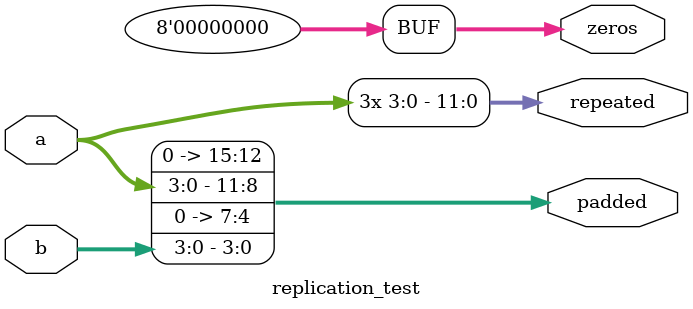
<source format=v>
module replication_test(
    input [3:0] a,
    input [3:0] b,
    output [15:0] padded,
    output [7:0] zeros,
    output [11:0] repeated
);

    // Replication đơn giản
    assign zeros = {4{1'b0}};
    
    // Replication với signal
    assign repeated = {3{a}};
    
    // Replication trong concatenation
    assign padded = {a, {4{1'b0}}, b};

endmodule


</source>
